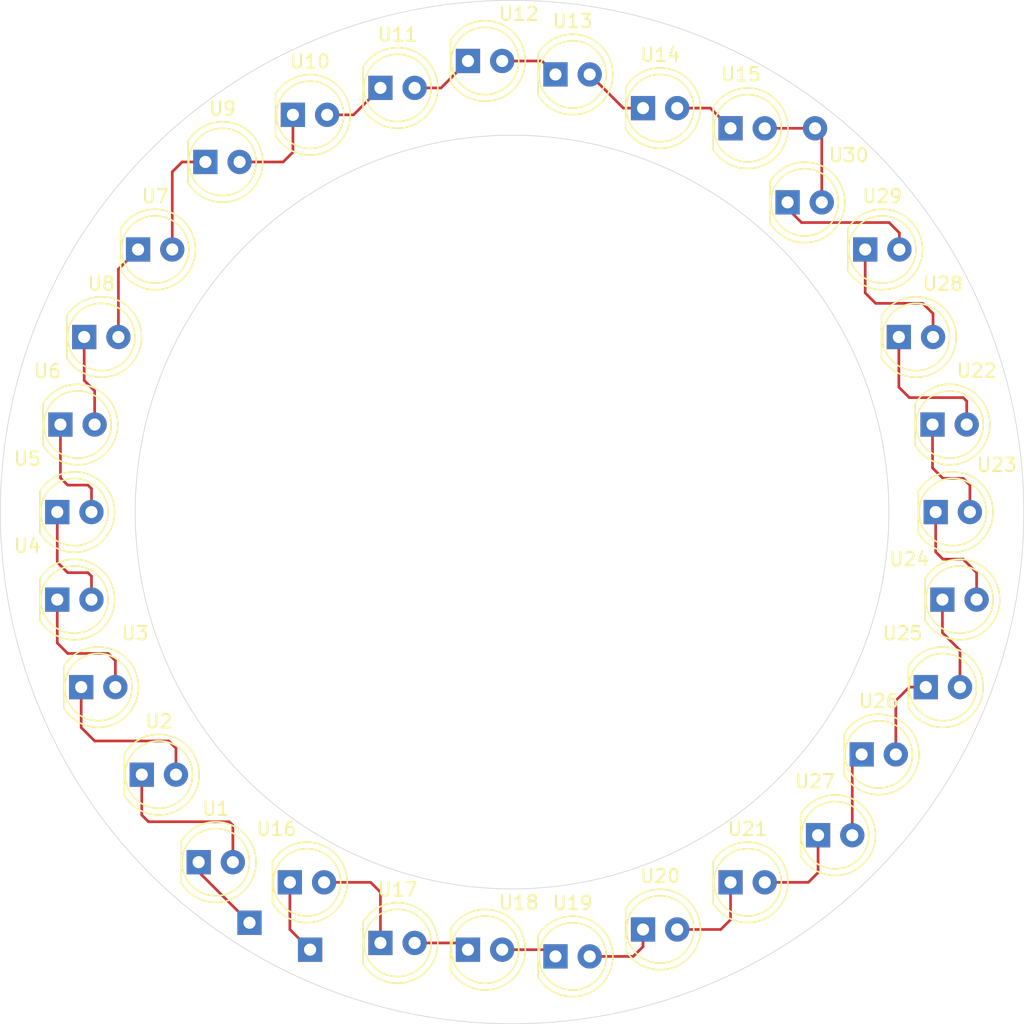
<source format=kicad_pcb>
(kicad_pcb (version 20240108) (generator "pcbnew") (generator_version "8.0")
  (layers (0 "F.Cu" signal) (31 "B.Cu" signal) (34 "B.Paste" user) (35 "F.Paste" user) (36 "B.SilkS" user "B.Silkscreen") (37 "F.SilkS" user "F.Silkscreen") (38 "B.Mask" user) (39 "F.Mask" user) (44 "Edge.Cuts" user))
  (net 0 "")
  (net 1 "Net-(R1-Pad1)")
  (net 2 "Net-(R2-Pad1)")
  (net 3 "Net-(U1-Pad2)")
  (net 4 "Net-(U2-Pad2)")
  (net 5 "Net-(U3-Pad2)")
  (net 6 "Net-(U4-Pad2)")
  (net 7 "Net-(U5-Pad2)")
  (net 8 "Net-(U6-Pad2)")
  (net 9 "Net-(U7-Pad1)")
  (net 10 "Net-(U7-Pad2)")
  (net 11 "Net-(U10-Pad1)")
  (net 12 "Net-(U10-Pad2)")
  (net 13 "Net-(U11-Pad2)")
  (net 14 "Net-(U12-Pad2)")
  (net 15 "Net-(U13-Pad2)")
  (net 16 "Net-(U14-Pad2)")
  (net 17 "GND")
  (net 18 "Net-(U16-Pad2)")
  (net 19 "Net-(U17-Pad2)")
  (net 20 "Net-(U18-Pad2)")
  (net 21 "Net-(U19-Pad2)")
  (net 22 "Net-(U20-Pad2)")
  (net 23 "Net-(U21-Pad2)")
  (net 24 "Net-(U22-Pad2)")
  (net 25 "Net-(U22-Pad1)")
  (net 26 "Net-(U23-Pad1)")
  (net 27 "Net-(U24-Pad1)")
  (net 28 "Net-(U25-Pad1)")
  (net 29 "Net-(U26-Pad1)")
  (net 30 "Net-(U28-Pad2)")
  (net 31 "Net-(U29-Pad2)")
  (footprint "LED_THT:LED_D5.0mm" (layer "F.Cu") (at 172.725 124)
    (property "Reference" "U27" (at -0.225 -4 0) (layer "F.SilkS"))
    (property "Value" "~")
    (fp_line (start -1.29 -1.545) (end -1.29 1.545) (stroke (width 0.12)) (layer "F.SilkS"))
    (fp_arc (start -1.29 -1.54483) (mid 2.072002 -2.880433) (end 4.26 0.000462) (stroke (width 0.12)) (layer "F.SilkS"))
    (fp_arc (start 4.26 -0.000462) (mid 2.072002 2.880433) (end -1.29 1.54483) (stroke (width 0.12)) (layer "F.SilkS"))
    (fp_circle (center 1.27 0) (end 3.77 0) (stroke (width 0.12)) (fill none) (layer "F.SilkS"))
    (pad "1" thru_hole rect (at 0 0) (size 1.8 1.8) (drill 0.9) (layers "*.Cu" "*.Mask") (net 23 "Net-(U21-Pad2)"))
    (pad "2" thru_hole circle (at 2.54 0) (size 1.8 1.8) (drill 0.9) (layers "*.Cu" "*.Mask") (net 29 "Net-(U26-Pad1)"))
  )
  (footprint "LED_THT:LED_D5.0mm" (layer "F.Cu") (at 127.225 74)
    (property "Reference" "U9" (at 1.27 -3.96 0) (layer "F.SilkS"))
    (property "Value" "~")
    (fp_line (start -1.29 -1.545) (end -1.29 1.545) (stroke (width 0.12)) (layer "F.SilkS"))
    (fp_arc (start -1.29 -1.54483) (mid 2.072002 -2.880433) (end 4.26 0.000462) (stroke (width 0.12)) (layer "F.SilkS"))
    (fp_arc (start 4.26 -0.000462) (mid 2.072002 2.880433) (end -1.29 1.54483) (stroke (width 0.12)) (layer "F.SilkS"))
    (fp_circle (center 1.27 0) (end 3.77 0) (stroke (width 0.12)) (fill none) (layer "F.SilkS"))
    (pad "1" thru_hole rect (at 0 0) (size 1.8 1.8) (drill 0.9) (layers "*.Cu" "*.Mask") (net 10 "Net-(U7-Pad2)"))
    (pad "2" thru_hole circle (at 2.54 0) (size 1.8 1.8) (drill 0.9) (layers "*.Cu" "*.Mask") (net 11 "Net-(U10-Pad1)"))
  )
  (footprint "LED_THT:LED_D5.0mm" (layer "F.Cu") (at 116.225 106.5)
    (property "Reference" "U4" (at -2.225 -4 0) (layer "F.SilkS"))
    (property "Value" "~")
    (fp_line (start -1.29 -1.545) (end -1.29 1.545) (stroke (width 0.12)) (layer "F.SilkS"))
    (fp_arc (start -1.29 -1.54483) (mid 2.072002 -2.880433) (end 4.26 0.000462) (stroke (width 0.12)) (layer "F.SilkS"))
    (fp_arc (start 4.26 -0.000462) (mid 2.072002 2.880433) (end -1.29 1.54483) (stroke (width 0.12)) (layer "F.SilkS"))
    (fp_circle (center 1.27 0) (end 3.77 0) (stroke (width 0.12)) (fill none) (layer "F.SilkS"))
    (pad "1" thru_hole rect (at 0 0) (size 1.8 1.8) (drill 0.9) (layers "*.Cu" "*.Mask") (net 5 "Net-(U3-Pad2)"))
    (pad "2" thru_hole circle (at 2.54 0) (size 1.8 1.8) (drill 0.9) (layers "*.Cu" "*.Mask") (net 6 "Net-(U4-Pad2)"))
  )
  (footprint "" (layer "F.Cu") (at 130.5 130.5)
    (property "Reference" "" (at 0 0 0) (layer "F.SilkS") (effects (font (size 1.27 1.27))))
    (property "Value" "")
    (pad "1" thru_hole rect (at 0 0) (size 1.8 1.8) (drill 0.9) (layers "*.Cu" "*.Mask") (net 1 "Net-(R1-Pad1)"))
  )
  (footprint "LED_THT:LED_D5.0mm" (layer "F.Cu") (at 116.46 93.5)
    (property "Reference" "U6" (at -0.96 -3.96 0) (layer "F.SilkS"))
    (property "Value" "~")
    (fp_line (start -1.29 -1.545) (end -1.29 1.545) (stroke (width 0.12)) (layer "F.SilkS"))
    (fp_arc (start -1.29 -1.54483) (mid 2.072002 -2.880433) (end 4.26 0.000462) (stroke (width 0.12)) (layer "F.SilkS"))
    (fp_arc (start 4.26 -0.000462) (mid 2.072002 2.880433) (end -1.29 1.54483) (stroke (width 0.12)) (layer "F.SilkS"))
    (fp_circle (center 1.27 0) (end 3.77 0) (stroke (width 0.12)) (fill none) (layer "F.SilkS"))
    (pad "1" thru_hole rect (at 0 0) (size 1.8 1.8) (drill 0.9) (layers "*.Cu" "*.Mask") (net 7 "Net-(U5-Pad2)"))
    (pad "2" thru_hole circle (at 2.54 0) (size 1.8 1.8) (drill 0.9) (layers "*.Cu" "*.Mask") (net 8 "Net-(U6-Pad2)"))
  )
  (footprint "LED_THT:LED_D5.0mm" (layer "F.Cu") (at 176.225 80.5)
    (property "Reference" "U29" (at 1.27 -3.96 0) (layer "F.SilkS"))
    (property "Value" "~")
    (fp_line (start -1.29 -1.545) (end -1.29 1.545) (stroke (width 0.12)) (layer "F.SilkS"))
    (fp_arc (start -1.29 -1.54483) (mid 2.072002 -2.880433) (end 4.26 0.000462) (stroke (width 0.12)) (layer "F.SilkS"))
    (fp_arc (start 4.26 -0.000462) (mid 2.072002 2.880433) (end -1.29 1.54483) (stroke (width 0.12)) (layer "F.SilkS"))
    (fp_circle (center 1.27 0) (end 3.77 0) (stroke (width 0.12)) (fill none) (layer "F.SilkS"))
    (pad "1" thru_hole rect (at 0 0) (size 1.8 1.8) (drill 0.9) (layers "*.Cu" "*.Mask") (net 30 "Net-(U28-Pad2)"))
    (pad "2" thru_hole circle (at 2.54 0) (size 1.8 1.8) (drill 0.9) (layers "*.Cu" "*.Mask") (net 31 "Net-(U29-Pad2)"))
  )
  (footprint "" (layer "F.Cu") (at 135 132.5)
    (property "Reference" "" (at 0 0 0) (layer "F.SilkS") (effects (font (size 1.27 1.27))))
    (property "Value" "")
    (pad "1" thru_hole rect (at 0 0) (size 1.8 1.8) (drill 0.9) (layers "*.Cu" "*.Mask") (net 2 "Net-(R2-Pad1)"))
  )
  (footprint "LED_THT:LED_D5.0mm" (layer "F.Cu") (at 118 113)
    (property "Reference" "U3" (at 4 -4 0) (layer "F.SilkS"))
    (property "Value" "~")
    (fp_line (start -1.29 -1.545) (end -1.29 1.545) (stroke (width 0.12)) (layer "F.SilkS"))
    (fp_arc (start -1.29 -1.54483) (mid 2.072002 -2.880433) (end 4.26 0.000462) (stroke (width 0.12)) (layer "F.SilkS"))
    (fp_arc (start 4.26 -0.000462) (mid 2.072002 2.880433) (end -1.29 1.54483) (stroke (width 0.12)) (layer "F.SilkS"))
    (fp_circle (center 1.27 0) (end 3.77 0) (stroke (width 0.12)) (fill none) (layer "F.SilkS"))
    (pad "1" thru_hole rect (at 0 0) (size 1.8 1.8) (drill 0.9) (layers "*.Cu" "*.Mask") (net 4 "Net-(U2-Pad2)"))
    (pad "2" thru_hole circle (at 2.54 0) (size 1.8 1.8) (drill 0.9) (layers "*.Cu" "*.Mask") (net 5 "Net-(U3-Pad2)"))
  )
  (footprint "" (layer "F.Cu") (at 172.5 71.5)
    (property "Reference" "" (at 0 0 0) (layer "F.SilkS") (effects (font (size 1.27 1.27))))
    (property "Value" "")
    (pad "2" thru_hole circle (at 0 0) (size 1.8 1.8) (drill 0.9) (layers "*.Cu" "*.Mask") (net 17 "GND"))
  )
  (footprint "LED_THT:LED_D5.0mm" (layer "F.Cu") (at 159.725 70)
    (property "Reference" "U14" (at 1.27 -3.96 0) (layer "F.SilkS"))
    (property "Value" "~")
    (fp_line (start -1.29 -1.545) (end -1.29 1.545) (stroke (width 0.12)) (layer "F.SilkS"))
    (fp_arc (start -1.29 -1.54483) (mid 2.072002 -2.880433) (end 4.26 0.000462) (stroke (width 0.12)) (layer "F.SilkS"))
    (fp_arc (start 4.26 -0.000462) (mid 2.072002 2.880433) (end -1.29 1.54483) (stroke (width 0.12)) (layer "F.SilkS"))
    (fp_circle (center 1.27 0) (end 3.77 0) (stroke (width 0.12)) (fill none) (layer "F.SilkS"))
    (pad "1" thru_hole rect (at 0 0) (size 1.8 1.8) (drill 0.9) (layers "*.Cu" "*.Mask") (net 15 "Net-(U13-Pad2)"))
    (pad "2" thru_hole circle (at 2.54 0) (size 1.8 1.8) (drill 0.9) (layers "*.Cu" "*.Mask") (net 16 "Net-(U14-Pad2)"))
  )
  (footprint "LED_THT:LED_D5.0mm" (layer "F.Cu") (at 180.725 113)
    (property "Reference" "U25" (at -1.725 -4 0) (layer "F.SilkS"))
    (property "Value" "~")
    (fp_line (start -1.29 -1.545) (end -1.29 1.545) (stroke (width 0.12)) (layer "F.SilkS"))
    (fp_arc (start -1.29 -1.54483) (mid 2.072002 -2.880433) (end 4.26 0.000462) (stroke (width 0.12)) (layer "F.SilkS"))
    (fp_arc (start 4.26 -0.000462) (mid 2.072002 2.880433) (end -1.29 1.54483) (stroke (width 0.12)) (layer "F.SilkS"))
    (fp_circle (center 1.27 0) (end 3.77 0) (stroke (width 0.12)) (fill none) (layer "F.SilkS"))
    (pad "1" thru_hole rect (at 0 0) (size 1.8 1.8) (drill 0.9) (layers "*.Cu" "*.Mask") (net 28 "Net-(U25-Pad1)"))
    (pad "2" thru_hole circle (at 2.54 0) (size 1.8 1.8) (drill 0.9) (layers "*.Cu" "*.Mask") (net 27 "Net-(U24-Pad1)"))
  )
  (footprint "LED_THT:LED_D5.0mm" (layer "F.Cu") (at 181.96 106.5)
    (property "Reference" "U24" (at -2.46 -3 0) (layer "F.SilkS"))
    (property "Value" "~")
    (fp_line (start -1.29 -1.545) (end -1.29 1.545) (stroke (width 0.12)) (layer "F.SilkS"))
    (fp_arc (start -1.29 -1.54483) (mid 2.072002 -2.880433) (end 4.26 0.000462) (stroke (width 0.12)) (layer "F.SilkS"))
    (fp_arc (start 4.26 -0.000462) (mid 2.072002 2.880433) (end -1.29 1.54483) (stroke (width 0.12)) (layer "F.SilkS"))
    (fp_circle (center 1.27 0) (end 3.77 0) (stroke (width 0.12)) (fill none) (layer "F.SilkS"))
    (pad "1" thru_hole rect (at 0 0) (size 1.8 1.8) (drill 0.9) (layers "*.Cu" "*.Mask") (net 27 "Net-(U24-Pad1)"))
    (pad "2" thru_hole circle (at 2.54 0) (size 1.8 1.8) (drill 0.9) (layers "*.Cu" "*.Mask") (net 26 "Net-(U23-Pad1)"))
  )
  (footprint "LED_THT:LED_D5.0mm" (layer "F.Cu") (at 181.225 93.5)
    (property "Reference" "U22" (at 3.275 -4 0) (layer "F.SilkS"))
    (property "Value" "~")
    (fp_line (start -1.29 -1.545) (end -1.29 1.545) (stroke (width 0.12)) (layer "F.SilkS"))
    (fp_arc (start -1.29 -1.54483) (mid 2.072002 -2.880433) (end 4.26 0.000462) (stroke (width 0.12)) (layer "F.SilkS"))
    (fp_arc (start 4.26 -0.000462) (mid 2.072002 2.880433) (end -1.29 1.54483) (stroke (width 0.12)) (layer "F.SilkS"))
    (fp_circle (center 1.27 0) (end 3.77 0) (stroke (width 0.12)) (fill none) (layer "F.SilkS"))
    (pad "1" thru_hole rect (at 0 0) (size 1.8 1.8) (drill 0.9) (layers "*.Cu" "*.Mask") (net 25 "Net-(U22-Pad1)"))
    (pad "2" thru_hole circle (at 2.54 0) (size 1.8 1.8) (drill 0.9) (layers "*.Cu" "*.Mask") (net 24 "Net-(U22-Pad2)"))
  )
  (footprint "LED_THT:LED_D5.0mm" (layer "F.Cu") (at 146.725 132.5)
    (property "Reference" "U18" (at 3.775 -3.5 0) (layer "F.SilkS"))
    (property "Value" "~")
    (fp_line (start -1.29 -1.545) (end -1.29 1.545) (stroke (width 0.12)) (layer "F.SilkS"))
    (fp_arc (start -1.29 -1.54483) (mid 2.072002 -2.880433) (end 4.26 0.000462) (stroke (width 0.12)) (layer "F.SilkS"))
    (fp_arc (start 4.26 -0.000462) (mid 2.072002 2.880433) (end -1.29 1.54483) (stroke (width 0.12)) (layer "F.SilkS"))
    (fp_circle (center 1.27 0) (end 3.77 0) (stroke (width 0.12)) (fill none) (layer "F.SilkS"))
    (pad "1" thru_hole rect (at 0 0) (size 1.8 1.8) (drill 0.9) (layers "*.Cu" "*.Mask") (net 19 "Net-(U17-Pad2)"))
    (pad "2" thru_hole circle (at 2.54 0) (size 1.8 1.8) (drill 0.9) (layers "*.Cu" "*.Mask") (net 20 "Net-(U18-Pad2)"))
  )
  (footprint "LED_THT:LED_D5.0mm" (layer "F.Cu") (at 153.225 133)
    (property "Reference" "U19" (at 1.27 -3.96 0) (layer "F.SilkS"))
    (property "Value" "~")
    (fp_line (start -1.29 -1.545) (end -1.29 1.545) (stroke (width 0.12)) (layer "F.SilkS"))
    (fp_arc (start -1.29 -1.54483) (mid 2.072002 -2.880433) (end 4.26 0.000462) (stroke (width 0.12)) (layer "F.SilkS"))
    (fp_arc (start 4.26 -0.000462) (mid 2.072002 2.880433) (end -1.29 1.54483) (stroke (width 0.12)) (layer "F.SilkS"))
    (fp_circle (center 1.27 0) (end 3.77 0) (stroke (width 0.12)) (fill none) (layer "F.SilkS"))
    (pad "1" thru_hole rect (at 0 0) (size 1.8 1.8) (drill 0.9) (layers "*.Cu" "*.Mask") (net 20 "Net-(U18-Pad2)"))
    (pad "2" thru_hole circle (at 2.54 0) (size 1.8 1.8) (drill 0.9) (layers "*.Cu" "*.Mask") (net 21 "Net-(U19-Pad2)"))
  )
  (footprint "LED_THT:LED_D5.0mm" (layer "F.Cu") (at 140.225 68.5)
    (property "Reference" "U11" (at 1.27 -3.96 0) (layer "F.SilkS"))
    (property "Value" "~")
    (fp_line (start -1.29 -1.545) (end -1.29 1.545) (stroke (width 0.12)) (layer "F.SilkS"))
    (fp_arc (start -1.29 -1.54483) (mid 2.072002 -2.880433) (end 4.26 0.000462) (stroke (width 0.12)) (layer "F.SilkS"))
    (fp_arc (start 4.26 -0.000462) (mid 2.072002 2.880433) (end -1.29 1.54483) (stroke (width 0.12)) (layer "F.SilkS"))
    (fp_circle (center 1.27 0) (end 3.77 0) (stroke (width 0.12)) (fill none) (layer "F.SilkS"))
    (pad "1" thru_hole rect (at 0 0) (size 1.8 1.8) (drill 0.9) (layers "*.Cu" "*.Mask") (net 12 "Net-(U10-Pad2)"))
    (pad "2" thru_hole circle (at 2.54 0) (size 1.8 1.8) (drill 0.9) (layers "*.Cu" "*.Mask") (net 13 "Net-(U11-Pad2)"))
  )
  (footprint "LED_THT:LED_D5.0mm" (layer "F.Cu") (at 133.5 127.5)
    (property "Reference" "U16" (at -1 -3.96 0) (layer "F.SilkS"))
    (property "Value" "~")
    (fp_line (start -1.29 -1.545) (end -1.29 1.545) (stroke (width 0.12)) (layer "F.SilkS"))
    (fp_arc (start -1.29 -1.54483) (mid 2.072002 -2.880433) (end 4.26 0.000462) (stroke (width 0.12)) (layer "F.SilkS"))
    (fp_arc (start 4.26 -0.000462) (mid 2.072002 2.880433) (end -1.29 1.54483) (stroke (width 0.12)) (layer "F.SilkS"))
    (fp_circle (center 1.27 0) (end 3.77 0) (stroke (width 0.12)) (fill none) (layer "F.SilkS"))
    (pad "1" thru_hole rect (at 0 0) (size 1.8 1.8) (drill 0.9) (layers "*.Cu" "*.Mask") (net 2 "Net-(R2-Pad1)"))
    (pad "2" thru_hole circle (at 2.54 0) (size 1.8 1.8) (drill 0.9) (layers "*.Cu" "*.Mask") (net 18 "Net-(U16-Pad2)"))
  )
  (footprint "LED_THT:LED_D5.0mm" (layer "F.Cu") (at 170.46 77)
    (property "Reference" "U30" (at 4.54 -3.5 0) (layer "F.SilkS"))
    (property "Value" "~")
    (fp_line (start -1.29 -1.545) (end -1.29 1.545) (stroke (width 0.12)) (layer "F.SilkS"))
    (fp_arc (start -1.29 -1.54483) (mid 2.072002 -2.880433) (end 4.26 0.000462) (stroke (width 0.12)) (layer "F.SilkS"))
    (fp_arc (start 4.26 -0.000462) (mid 2.072002 2.880433) (end -1.29 1.54483) (stroke (width 0.12)) (layer "F.SilkS"))
    (fp_circle (center 1.27 0) (end 3.77 0) (stroke (width 0.12)) (fill none) (layer "F.SilkS"))
    (pad "1" thru_hole rect (at 0 0) (size 1.8 1.8) (drill 0.9) (layers "*.Cu" "*.Mask") (net 31 "Net-(U29-Pad2)"))
    (pad "2" thru_hole circle (at 2.54 0) (size 1.8 1.8) (drill 0.9) (layers "*.Cu" "*.Mask") (net 17 "GND"))
  )
  (footprint "LED_THT:LED_D5.0mm" (layer "F.Cu") (at 153.225 67.5)
    (property "Reference" "U13" (at 1.27 -3.96 0) (layer "F.SilkS"))
    (property "Value" "~")
    (fp_line (start -1.29 -1.545) (end -1.29 1.545) (stroke (width 0.12)) (layer "F.SilkS"))
    (fp_arc (start -1.29 -1.54483) (mid 2.072002 -2.880433) (end 4.26 0.000462) (stroke (width 0.12)) (layer "F.SilkS"))
    (fp_arc (start 4.26 -0.000462) (mid 2.072002 2.880433) (end -1.29 1.54483) (stroke (width 0.12)) (layer "F.SilkS"))
    (fp_circle (center 1.27 0) (end 3.77 0) (stroke (width 0.12)) (fill none) (layer "F.SilkS"))
    (pad "1" thru_hole rect (at 0 0) (size 1.8 1.8) (drill 0.9) (layers "*.Cu" "*.Mask") (net 14 "Net-(U12-Pad2)"))
    (pad "2" thru_hole circle (at 2.54 0) (size 1.8 1.8) (drill 0.9) (layers "*.Cu" "*.Mask") (net 15 "Net-(U13-Pad2)"))
  )
  (footprint "LED_THT:LED_D5.0mm" (layer "F.Cu") (at 166.225 127.5)
    (property "Reference" "U21" (at 1.27 -3.96 0) (layer "F.SilkS"))
    (property "Value" "~")
    (fp_line (start -1.29 -1.545) (end -1.29 1.545) (stroke (width 0.12)) (layer "F.SilkS"))
    (fp_arc (start -1.29 -1.54483) (mid 2.072002 -2.880433) (end 4.26 0.000462) (stroke (width 0.12)) (layer "F.SilkS"))
    (fp_arc (start 4.26 -0.000462) (mid 2.072002 2.880433) (end -1.29 1.54483) (stroke (width 0.12)) (layer "F.SilkS"))
    (fp_circle (center 1.27 0) (end 3.77 0) (stroke (width 0.12)) (fill none) (layer "F.SilkS"))
    (pad "1" thru_hole rect (at 0 0) (size 1.8 1.8) (drill 0.9) (layers "*.Cu" "*.Mask") (net 22 "Net-(U20-Pad2)"))
    (pad "2" thru_hole circle (at 2.54 0) (size 1.8 1.8) (drill 0.9) (layers "*.Cu" "*.Mask") (net 23 "Net-(U21-Pad2)"))
  )
  (footprint "LED_THT:LED_D5.0mm" (layer "F.Cu") (at 178.725 87)
    (property "Reference" "U28" (at 3.275 -3.96 0) (layer "F.SilkS"))
    (property "Value" "~")
    (fp_line (start -1.29 -1.545) (end -1.29 1.545) (stroke (width 0.12)) (layer "F.SilkS"))
    (fp_arc (start -1.29 -1.54483) (mid 2.072002 -2.880433) (end 4.26 0.000462) (stroke (width 0.12)) (layer "F.SilkS"))
    (fp_arc (start 4.26 -0.000462) (mid 2.072002 2.880433) (end -1.29 1.54483) (stroke (width 0.12)) (layer "F.SilkS"))
    (fp_circle (center 1.27 0) (end 3.77 0) (stroke (width 0.12)) (fill none) (layer "F.SilkS"))
    (pad "1" thru_hole rect (at 0 0) (size 1.8 1.8) (drill 0.9) (layers "*.Cu" "*.Mask") (net 24 "Net-(U22-Pad2)"))
    (pad "2" thru_hole circle (at 2.54 0) (size 1.8 1.8) (drill 0.9) (layers "*.Cu" "*.Mask") (net 30 "Net-(U28-Pad2)"))
  )
  (footprint "LED_THT:LED_D5.0mm" (layer "F.Cu") (at 175.96 118)
    (property "Reference" "U26" (at 1.27 -3.96 0) (layer "F.SilkS"))
    (property "Value" "~")
    (fp_line (start -1.29 -1.545) (end -1.29 1.545) (stroke (width 0.12)) (layer "F.SilkS"))
    (fp_arc (start -1.29 -1.54483) (mid 2.072002 -2.880433) (end 4.26 0.000462) (stroke (width 0.12)) (layer "F.SilkS"))
    (fp_arc (start 4.26 -0.000462) (mid 2.072002 2.880433) (end -1.29 1.54483) (stroke (width 0.12)) (layer "F.SilkS"))
    (fp_circle (center 1.27 0) (end 3.77 0) (stroke (width 0.12)) (fill none) (layer "F.SilkS"))
    (pad "1" thru_hole rect (at 0 0) (size 1.8 1.8) (drill 0.9) (layers "*.Cu" "*.Mask") (net 29 "Net-(U26-Pad1)"))
    (pad "2" thru_hole circle (at 2.54 0) (size 1.8 1.8) (drill 0.9) (layers "*.Cu" "*.Mask") (net 28 "Net-(U25-Pad1)"))
  )
  (footprint "LED_THT:LED_D5.0mm" (layer "F.Cu") (at 122.5 119.5)
    (property "Reference" "U2" (at 1.27 -3.96 0) (layer "F.SilkS"))
    (property "Value" "~")
    (fp_line (start -1.29 -1.545) (end -1.29 1.545) (stroke (width 0.12)) (layer "F.SilkS"))
    (fp_arc (start -1.29 -1.54483) (mid 2.072002 -2.880433) (end 4.26 0.000462) (stroke (width 0.12)) (layer "F.SilkS"))
    (fp_arc (start 4.26 -0.000462) (mid 2.072002 2.880433) (end -1.29 1.54483) (stroke (width 0.12)) (layer "F.SilkS"))
    (fp_circle (center 1.27 0) (end 3.77 0) (stroke (width 0.12)) (fill none) (layer "F.SilkS"))
    (pad "1" thru_hole rect (at 0 0) (size 1.8 1.8) (drill 0.9) (layers "*.Cu" "*.Mask") (net 3 "Net-(U1-Pad2)"))
    (pad "2" thru_hole circle (at 2.54 0) (size 1.8 1.8) (drill 0.9) (layers "*.Cu" "*.Mask") (net 4 "Net-(U2-Pad2)"))
  )
  (footprint "LED_THT:LED_D5.0mm" (layer "F.Cu") (at 116.225 100)
    (property "Reference" "U5" (at -2.225 -3.96 0) (layer "F.SilkS"))
    (property "Value" "~")
    (fp_line (start -1.29 -1.545) (end -1.29 1.545) (stroke (width 0.12)) (layer "F.SilkS"))
    (fp_arc (start -1.29 -1.54483) (mid 2.072002 -2.880433) (end 4.26 0.000462) (stroke (width 0.12)) (layer "F.SilkS"))
    (fp_arc (start 4.26 -0.000462) (mid 2.072002 2.880433) (end -1.29 1.54483) (stroke (width 0.12)) (layer "F.SilkS"))
    (fp_circle (center 1.27 0) (end 3.77 0) (stroke (width 0.12)) (fill none) (layer "F.SilkS"))
    (pad "1" thru_hole rect (at 0 0) (size 1.8 1.8) (drill 0.9) (layers "*.Cu" "*.Mask") (net 6 "Net-(U4-Pad2)"))
    (pad "2" thru_hole circle (at 2.54 0) (size 1.8 1.8) (drill 0.9) (layers "*.Cu" "*.Mask") (net 7 "Net-(U5-Pad2)"))
  )
  (footprint "LED_THT:LED_D5.0mm" (layer "F.Cu") (at 133.725 70.5)
    (property "Reference" "U10" (at 1.27 -3.96 0) (layer "F.SilkS"))
    (property "Value" "~")
    (fp_line (start -1.29 -1.545) (end -1.29 1.545) (stroke (width 0.12)) (layer "F.SilkS"))
    (fp_arc (start -1.29 -1.54483) (mid 2.072002 -2.880433) (end 4.26 0.000462) (stroke (width 0.12)) (layer "F.SilkS"))
    (fp_arc (start 4.26 -0.000462) (mid 2.072002 2.880433) (end -1.29 1.54483) (stroke (width 0.12)) (layer "F.SilkS"))
    (fp_circle (center 1.27 0) (end 3.77 0) (stroke (width 0.12)) (fill none) (layer "F.SilkS"))
    (pad "1" thru_hole rect (at 0 0) (size 1.8 1.8) (drill 0.9) (layers "*.Cu" "*.Mask") (net 11 "Net-(U10-Pad1)"))
    (pad "2" thru_hole circle (at 2.54 0) (size 1.8 1.8) (drill 0.9) (layers "*.Cu" "*.Mask") (net 12 "Net-(U10-Pad2)"))
  )
  (footprint "LED_THT:LED_D5.0mm" (layer "F.Cu") (at 181.46 100)
    (property "Reference" "U23" (at 4.54 -3.5 0) (layer "F.SilkS"))
    (property "Value" "~")
    (fp_line (start -1.29 -1.545) (end -1.29 1.545) (stroke (width 0.12)) (layer "F.SilkS"))
    (fp_arc (start -1.29 -1.54483) (mid 2.072002 -2.880433) (end 4.26 0.000462) (stroke (width 0.12)) (layer "F.SilkS"))
    (fp_arc (start 4.26 -0.000462) (mid 2.072002 2.880433) (end -1.29 1.54483) (stroke (width 0.12)) (layer "F.SilkS"))
    (fp_circle (center 1.27 0) (end 3.77 0) (stroke (width 0.12)) (fill none) (layer "F.SilkS"))
    (pad "1" thru_hole rect (at 0 0) (size 1.8 1.8) (drill 0.9) (layers "*.Cu" "*.Mask") (net 26 "Net-(U23-Pad1)"))
    (pad "2" thru_hole circle (at 2.54 0) (size 1.8 1.8) (drill 0.9) (layers "*.Cu" "*.Mask") (net 25 "Net-(U22-Pad1)"))
  )
  (footprint "LED_THT:LED_D5.0mm" (layer "F.Cu") (at 126.725 126)
    (property "Reference" "U1" (at 1.27 -3.96 0) (layer "F.SilkS"))
    (property "Value" "~")
    (fp_line (start -1.29 -1.545) (end -1.29 1.545) (stroke (width 0.12)) (layer "F.SilkS"))
    (fp_arc (start -1.29 -1.54483) (mid 2.072002 -2.880433) (end 4.26 0.000462) (stroke (width 0.12)) (layer "F.SilkS"))
    (fp_arc (start 4.26 -0.000462) (mid 2.072002 2.880433) (end -1.29 1.54483) (stroke (width 0.12)) (layer "F.SilkS"))
    (fp_circle (center 1.27 0) (end 3.77 0) (stroke (width 0.12)) (fill none) (layer "F.SilkS"))
    (pad "1" thru_hole rect (at 0 0) (size 1.8 1.8) (drill 0.9) (layers "*.Cu" "*.Mask") (net 1 "Net-(R1-Pad1)"))
    (pad "2" thru_hole circle (at 2.54 0) (size 1.8 1.8) (drill 0.9) (layers "*.Cu" "*.Mask") (net 3 "Net-(U1-Pad2)"))
  )
  (footprint "LED_THT:LED_D5.0mm" (layer "F.Cu") (at 140.225 132)
    (property "Reference" "U17" (at 1.27 -3.96 0) (layer "F.SilkS"))
    (property "Value" "~")
    (fp_line (start -1.29 -1.545) (end -1.29 1.545) (stroke (width 0.12)) (layer "F.SilkS"))
    (fp_arc (start -1.29 -1.54483) (mid 2.072002 -2.880433) (end 4.26 0.000462) (stroke (width 0.12)) (layer "F.SilkS"))
    (fp_arc (start 4.26 -0.000462) (mid 2.072002 2.880433) (end -1.29 1.54483) (stroke (width 0.12)) (layer "F.SilkS"))
    (fp_circle (center 1.27 0) (end 3.77 0) (stroke (width 0.12)) (fill none) (layer "F.SilkS"))
    (pad "1" thru_hole rect (at 0 0) (size 1.8 1.8) (drill 0.9) (layers "*.Cu" "*.Mask") (net 18 "Net-(U16-Pad2)"))
    (pad "2" thru_hole circle (at 2.54 0) (size 1.8 1.8) (drill 0.9) (layers "*.Cu" "*.Mask") (net 19 "Net-(U17-Pad2)"))
  )
  (footprint "LED_THT:LED_D5.0mm" (layer "F.Cu") (at 166.225 71.5)
    (property "Reference" "U15" (at 0.775 -4 0) (layer "F.SilkS"))
    (property "Value" "~")
    (fp_line (start -1.29 -1.545) (end -1.29 1.545) (stroke (width 0.12)) (layer "F.SilkS"))
    (fp_arc (start -1.29 -1.54483) (mid 2.072002 -2.880433) (end 4.26 0.000462) (stroke (width 0.12)) (layer "F.SilkS"))
    (fp_arc (start 4.26 -0.000462) (mid 2.072002 2.880433) (end -1.29 1.54483) (stroke (width 0.12)) (layer "F.SilkS"))
    (fp_circle (center 1.27 0) (end 3.77 0) (stroke (width 0.12)) (fill none) (layer "F.SilkS"))
    (pad "1" thru_hole rect (at 0 0) (size 1.8 1.8) (drill 0.9) (layers "*.Cu" "*.Mask") (net 16 "Net-(U14-Pad2)"))
    (pad "2" thru_hole circle (at 2.54 0) (size 1.8 1.8) (drill 0.9) (layers "*.Cu" "*.Mask") (net 17 "GND"))
  )
  (footprint "LED_THT:LED_D5.0mm" (layer "F.Cu") (at 159.725 131)
    (property "Reference" "U20" (at 1.27 -3.96 0) (layer "F.SilkS"))
    (property "Value" "~")
    (fp_line (start -1.29 -1.545) (end -1.29 1.545) (stroke (width 0.12)) (layer "F.SilkS"))
    (fp_arc (start -1.29 -1.54483) (mid 2.072002 -2.880433) (end 4.26 0.000462) (stroke (width 0.12)) (layer "F.SilkS"))
    (fp_arc (start 4.26 -0.000462) (mid 2.072002 2.880433) (end -1.29 1.54483) (stroke (width 0.12)) (layer "F.SilkS"))
    (fp_circle (center 1.27 0) (end 3.77 0) (stroke (width 0.12)) (fill none) (layer "F.SilkS"))
    (pad "1" thru_hole rect (at 0 0) (size 1.8 1.8) (drill 0.9) (layers "*.Cu" "*.Mask") (net 21 "Net-(U19-Pad2)"))
    (pad "2" thru_hole circle (at 2.54 0) (size 1.8 1.8) (drill 0.9) (layers "*.Cu" "*.Mask") (net 22 "Net-(U20-Pad2)"))
  )
  (footprint "LED_THT:LED_D5.0mm" (layer "F.Cu") (at 122.225 80.5)
    (property "Reference" "U7" (at 1.27 -3.96 0) (layer "F.SilkS"))
    (property "Value" "~")
    (fp_line (start -1.29 -1.545) (end -1.29 1.545) (stroke (width 0.12)) (layer "F.SilkS"))
    (fp_arc (start -1.29 -1.54483) (mid 2.072002 -2.880433) (end 4.26 0.000462) (stroke (width 0.12)) (layer "F.SilkS"))
    (fp_arc (start 4.26 -0.000462) (mid 2.072002 2.880433) (end -1.29 1.54483) (stroke (width 0.12)) (layer "F.SilkS"))
    (fp_circle (center 1.27 0) (end 3.77 0) (stroke (width 0.12)) (fill none) (layer "F.SilkS"))
    (pad "1" thru_hole rect (at 0 0) (size 1.8 1.8) (drill 0.9) (layers "*.Cu" "*.Mask") (net 9 "Net-(U7-Pad1)"))
    (pad "2" thru_hole circle (at 2.54 0) (size 1.8 1.8) (drill 0.9) (layers "*.Cu" "*.Mask") (net 10 "Net-(U7-Pad2)"))
  )
  (footprint "LED_THT:LED_D5.0mm" (layer "F.Cu") (at 146.725 66.5)
    (property "Reference" "U12" (at 3.775 -3.5 0) (layer "F.SilkS"))
    (property "Value" "~")
    (fp_line (start -1.29 -1.545) (end -1.29 1.545) (stroke (width 0.12)) (layer "F.SilkS"))
    (fp_arc (start -1.29 -1.54483) (mid 2.072002 -2.880433) (end 4.26 0.000462) (stroke (width 0.12)) (layer "F.SilkS"))
    (fp_arc (start 4.26 -0.000462) (mid 2.072002 2.880433) (end -1.29 1.54483) (stroke (width 0.12)) (layer "F.SilkS"))
    (fp_circle (center 1.27 0) (end 3.77 0) (stroke (width 0.12)) (fill none) (layer "F.SilkS"))
    (pad "1" thru_hole rect (at 0 0) (size 1.8 1.8) (drill 0.9) (layers "*.Cu" "*.Mask") (net 13 "Net-(U11-Pad2)"))
    (pad "2" thru_hole circle (at 2.54 0) (size 1.8 1.8) (drill 0.9) (layers "*.Cu" "*.Mask") (net 14 "Net-(U12-Pad2)"))
  )
  (footprint "LED_THT:LED_D5.0mm" (layer "F.Cu") (at 118.225 87)
    (property "Reference" "U8" (at 1.27 -3.96 0) (layer "F.SilkS"))
    (property "Value" "~")
    (fp_line (start -1.29 -1.545) (end -1.29 1.545) (stroke (width 0.12)) (layer "F.SilkS"))
    (fp_arc (start -1.29 -1.54483) (mid 2.072002 -2.880433) (end 4.26 0.000462) (stroke (width 0.12)) (layer "F.SilkS"))
    (fp_arc (start 4.26 -0.000462) (mid 2.072002 2.880433) (end -1.29 1.54483) (stroke (width 0.12)) (layer "F.SilkS"))
    (fp_circle (center 1.27 0) (end 3.77 0) (stroke (width 0.12)) (fill none) (layer "F.SilkS"))
    (pad "1" thru_hole rect (at 0 0) (size 1.8 1.8) (drill 0.9) (layers "*.Cu" "*.Mask") (net 8 "Net-(U6-Pad2)"))
    (pad "2" thru_hole circle (at 2.54 0) (size 1.8 1.8) (drill 0.9) (layers "*.Cu" "*.Mask") (net 9 "Net-(U7-Pad1)"))
  )
  (gr_circle (center 150 100) (end 176.5 109) (stroke (width 0.05)) (fill none) (layer "Edge.Cuts"))
  (gr_circle (center 150 100) (end 188 100.5) (stroke (width 0.05)) (fill none) (layer "Edge.Cuts"))
  (segment (start 126.725 126) (end 126.725 126.725) (width 0.2) (layer "F.Cu") (net 1))
  (segment (start 126.725 126.725) (end 130.5 130.5) (width 0.2) (layer "F.Cu") (net 1))
  (segment (start 133.5 131) (end 135 132.5) (width 0.2) (layer "F.Cu") (net 2))
  (segment (start 133.5 127.5) (end 133.5 131) (width 0.2) (layer "F.Cu") (net 2))
  (segment (start 129.265 126) (end 129.265 123.265) (width 0.2) (layer "F.Cu") (net 3))
  (segment (start 129 123) (end 123 123) (width 0.2) (layer "F.Cu") (net 3))
  (segment (start 129.265 123.265) (end 129 123) (width 0.2) (layer "F.Cu") (net 3))
  (segment (start 123 123) (end 122.5 122.5) (width 0.2) (layer "F.Cu") (net 3))
  (segment (start 122.5 122.5) (end 122.5 119.5) (width 0.2) (layer "F.Cu") (net 3))
  (segment (start 125.04 119.5) (end 125.04 117.54) (width 0.2) (layer "F.Cu") (net 4))
  (segment (start 119 117) (end 118 116) (width 0.2) (layer "F.Cu") (net 4))
  (segment (start 124.5 117) (end 119 117) (width 0.2) (layer "F.Cu") (net 4))
  (segment (start 125.04 117.54) (end 124.5 117) (width 0.2) (layer "F.Cu") (net 4))
  (segment (start 118 116) (end 118 113) (width 0.2) (layer "F.Cu") (net 4))
  (segment (start 120.54 113) (end 120.54 111.04) (width 0.2) (layer "F.Cu") (net 5))
  (segment (start 117 110.5) (end 116.225 109.725) (width 0.2) (layer "F.Cu") (net 5))
  (segment (start 120 110.5) (end 117 110.5) (width 0.2) (layer "F.Cu") (net 5))
  (segment (start 120.54 111.04) (end 120 110.5) (width 0.2) (layer "F.Cu") (net 5))
  (segment (start 116.225 109.725) (end 116.225 106.5) (width 0.2) (layer "F.Cu") (net 5))
  (segment (start 117 104.5) (end 116.225 103.725) (width 0.2) (layer "F.Cu") (net 6))
  (segment (start 118.765 104.765) (end 118.5 104.5) (width 0.2) (layer "F.Cu") (net 6))
  (segment (start 116.225 103.725) (end 116.225 100) (width 0.2) (layer "F.Cu") (net 6))
  (segment (start 118.5 104.5) (end 117 104.5) (width 0.2) (layer "F.Cu") (net 6))
  (segment (start 118.765 106.5) (end 118.765 104.765) (width 0.2) (layer "F.Cu") (net 6))
  (segment (start 118.765 98.265) (end 118.5 98) (width 0.2) (layer "F.Cu") (net 7))
  (segment (start 118.765 100) (end 118.765 98.265) (width 0.2) (layer "F.Cu") (net 7))
  (segment (start 117 98) (end 116.46 97.46) (width 0.2) (layer "F.Cu") (net 7))
  (segment (start 116.46 97.46) (end 116.46 93.5) (width 0.2) (layer "F.Cu") (net 7))
  (segment (start 118.5 98) (end 117 98) (width 0.2) (layer "F.Cu") (net 7))
  (segment (start 119 91) (end 118.225 90.225) (width 0.2) (layer "F.Cu") (net 8))
  (segment (start 118.225 90.225) (end 118.225 87) (width 0.2) (layer "F.Cu") (net 8))
  (segment (start 119 93.5) (end 119 91) (width 0.2) (layer "F.Cu") (net 8))
  (segment (start 120.765 81.96) (end 122.225 80.5) (width 0.2) (layer "F.Cu") (net 9))
  (segment (start 120.765 87) (end 120.765 81.96) (width 0.2) (layer "F.Cu") (net 9))
  (segment (start 125.5 74) (end 127.225 74) (width 0.2) (layer "F.Cu") (net 10))
  (segment (start 124.765 74.735) (end 125.5 74) (width 0.2) (layer "F.Cu") (net 10))
  (segment (start 124.765 80.5) (end 124.765 74.735) (width 0.2) (layer "F.Cu") (net 10))
  (segment (start 133.725 73.275) (end 133.725 70.5) (width 0.2) (layer "F.Cu") (net 11))
  (segment (start 133 74) (end 133.725 73.275) (width 0.2) (layer "F.Cu") (net 11))
  (segment (start 129.765 74) (end 133 74) (width 0.2) (layer "F.Cu") (net 11))
  (segment (start 138.225 70.5) (end 140.225 68.5) (width 0.2) (layer "F.Cu") (net 12))
  (segment (start 136.265 70.5) (end 138.225 70.5) (width 0.2) (layer "F.Cu") (net 12))
  (segment (start 144.725 68.5) (end 146.725 66.5) (width 0.2) (layer "F.Cu") (net 13))
  (segment (start 142.765 68.5) (end 144.725 68.5) (width 0.2) (layer "F.Cu") (net 13))
  (segment (start 152.225 66.5) (end 153.225 67.5) (width 0.2) (layer "F.Cu") (net 14))
  (segment (start 149.265 66.5) (end 152.225 66.5) (width 0.2) (layer "F.Cu") (net 14))
  (segment (start 155.765 67.5) (end 158.265 70) (width 0.2) (layer "F.Cu") (net 15))
  (segment (start 158.265 70) (end 159.725 70) (width 0.2) (layer "F.Cu") (net 15))
  (segment (start 164.725 70) (end 166.225 71.5) (width 0.2) (layer "F.Cu") (net 16))
  (segment (start 162.265 70) (end 164.725 70) (width 0.2) (layer "F.Cu") (net 16))
  (segment (start 168.765 71.5) (end 172.5 71.5) (width 0.2) (layer "F.Cu") (net 17))
  (segment (start 173 72) (end 172.5 71.5) (width 0.2) (layer "F.Cu") (net 17))
  (segment (start 173 77) (end 173 72) (width 0.2) (layer "F.Cu") (net 17))
  (segment (start 139.5 127.5) (end 140.225 128.225) (width 0.2) (layer "F.Cu") (net 18))
  (segment (start 140.225 128.225) (end 140.225 132) (width 0.2) (layer "F.Cu") (net 18))
  (segment (start 136.04 127.5) (end 139.5 127.5) (width 0.2) (layer "F.Cu") (net 18))
  (segment (start 146.225 132) (end 146.725 132.5) (width 0.2) (layer "F.Cu") (net 19))
  (segment (start 142.765 132) (end 146.225 132) (width 0.2) (layer "F.Cu") (net 19))
  (segment (start 152.725 132.5) (end 153.225 133) (width 0.2) (layer "F.Cu") (net 20))
  (segment (start 149.265 132.5) (end 152.725 132.5) (width 0.2) (layer "F.Cu") (net 20))
  (segment (start 159 133) (end 159.725 132.275) (width 0.2) (layer "F.Cu") (net 21))
  (segment (start 155.765 133) (end 159 133) (width 0.2) (layer "F.Cu") (net 21))
  (segment (start 159.725 132.275) (end 159.725 131) (width 0.2) (layer "F.Cu") (net 21))
  (segment (start 162.265 131) (end 165.5 131) (width 0.2) (layer "F.Cu") (net 22))
  (segment (start 165.5 131) (end 166.225 130.275) (width 0.2) (layer "F.Cu") (net 22))
  (segment (start 166.225 130.275) (end 166.225 127.5) (width 0.2) (layer "F.Cu") (net 22))
  (segment (start 172.725 126.775) (end 172.725 124) (width 0.2) (layer "F.Cu") (net 23))
  (segment (start 172 127.5) (end 172.725 126.775) (width 0.2) (layer "F.Cu") (net 23))
  (segment (start 168.765 127.5) (end 172 127.5) (width 0.2) (layer "F.Cu") (net 23))
  (segment (start 183.765 91.765) (end 183.5 91.5) (width 0.2) (layer "F.Cu") (net 24))
  (segment (start 178.725 90.725) (end 178.725 87) (width 0.2) (layer "F.Cu") (net 24))
  (segment (start 183.765 93.5) (end 183.765 91.765) (width 0.2) (layer "F.Cu") (net 24))
  (segment (start 179.5 91.5) (end 178.725 90.725) (width 0.2) (layer "F.Cu") (net 24))
  (segment (start 183.5 91.5) (end 179.5 91.5) (width 0.2) (layer "F.Cu") (net 24))
  (segment (start 182 97.5) (end 181.225 96.725) (width 0.2) (layer "F.Cu") (net 25))
  (segment (start 183.5 97.5) (end 182 97.5) (width 0.2) (layer "F.Cu") (net 25))
  (segment (start 184 98) (end 183.5 97.5) (width 0.2) (layer "F.Cu") (net 25))
  (segment (start 184 100) (end 184 98) (width 0.2) (layer "F.Cu") (net 25))
  (segment (start 181.225 96.725) (end 181.225 93.5) (width 0.2) (layer "F.Cu") (net 25))
  (segment (start 182 103.5) (end 181.46 102.96) (width 0.2) (layer "F.Cu") (net 26))
  (segment (start 181.46 102.96) (end 181.46 100) (width 0.2) (layer "F.Cu") (net 26))
  (segment (start 184.5 104.5) (end 183.5 103.5) (width 0.2) (layer "F.Cu") (net 26))
  (segment (start 183.5 103.5) (end 182 103.5) (width 0.2) (layer "F.Cu") (net 26))
  (segment (start 184.5 106.5) (end 184.5 104.5) (width 0.2) (layer "F.Cu") (net 26))
  (segment (start 181.96 106.5) (end 181.96 108.96) (width 0.2) (layer "F.Cu") (net 27))
  (segment (start 183.265 110.265) (end 183.265 113) (width 0.2) (layer "F.Cu") (net 27))
  (segment (start 181.96 108.96) (end 183.265 110.265) (width 0.2) (layer "F.Cu") (net 27))
  (segment (start 178.5 114) (end 179.5 113) (width 0.2) (layer "F.Cu") (net 28))
  (segment (start 179.5 113) (end 180.725 113) (width 0.2) (layer "F.Cu") (net 28))
  (segment (start 178.5 118) (end 178.5 114) (width 0.2) (layer "F.Cu") (net 28))
  (segment (start 175.265 118.695) (end 175.96 118) (width 0.2) (layer "F.Cu") (net 29))
  (segment (start 175.265 124) (end 175.265 118.695) (width 0.2) (layer "F.Cu") (net 29))
  (segment (start 180.5 84.5) (end 177 84.5) (width 0.2) (layer "F.Cu") (net 30))
  (segment (start 181.265 85.265) (end 180.5 84.5) (width 0.2) (layer "F.Cu") (net 30))
  (segment (start 177 84.5) (end 176.225 83.725) (width 0.2) (layer "F.Cu") (net 30))
  (segment (start 181.265 87) (end 181.265 85.265) (width 0.2) (layer "F.Cu") (net 30))
  (segment (start 176.225 83.725) (end 176.225 80.5) (width 0.2) (layer "F.Cu") (net 30))
  (segment (start 178 78.5) (end 178.765 79.265) (width 0.2) (layer "F.Cu") (net 31))
  (segment (start 171.5 78.5) (end 178 78.5) (width 0.2) (layer "F.Cu") (net 31))
  (segment (start 178.765 79.265) (end 178.765 80.5) (width 0.2) (layer "F.Cu") (net 31))
  (segment (start 170.46 77.46) (end 171.5 78.5) (width 0.2) (layer "F.Cu") (net 31))
  (segment (start 170.46 77) (end 170.46 77.46) (width 0.2) (layer "F.Cu") (net 31))
)
</source>
